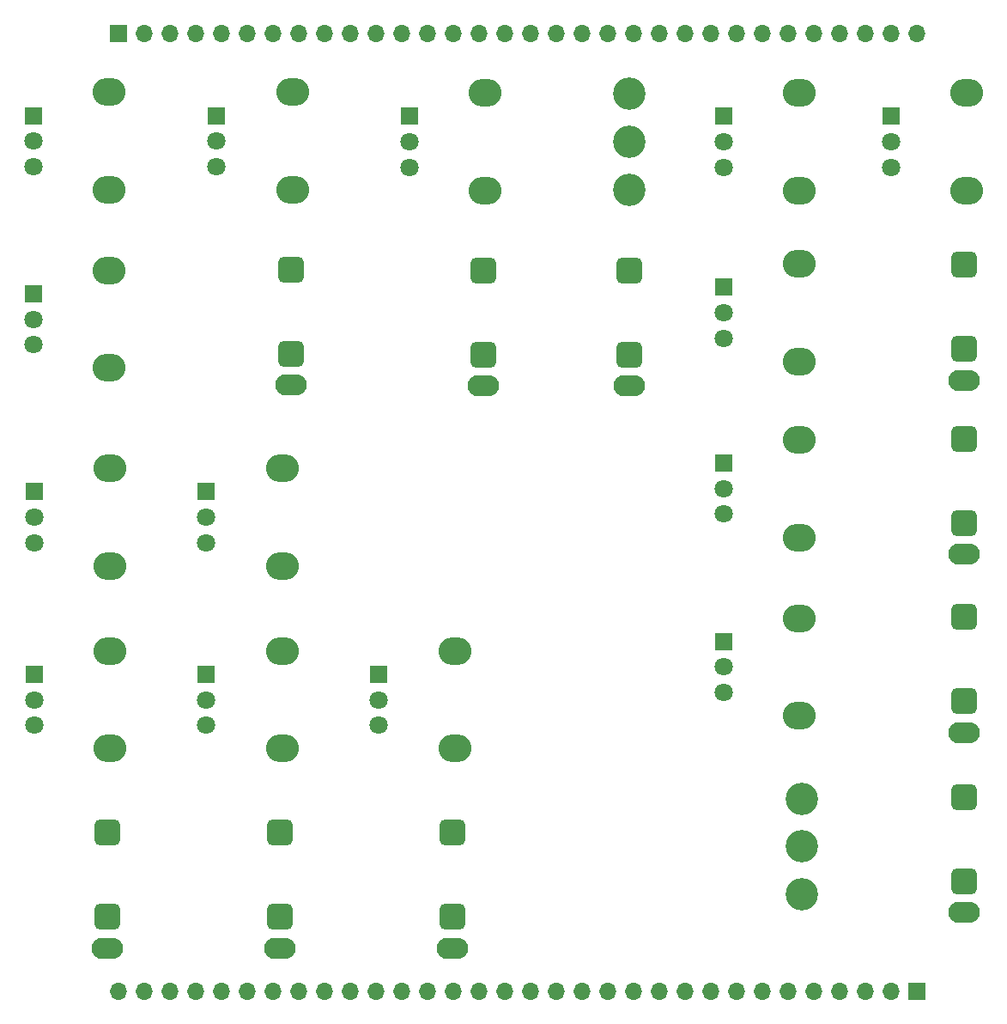
<source format=gbr>
%TF.GenerationSoftware,KiCad,Pcbnew,7.0.9*%
%TF.CreationDate,2024-05-31T23:58:34+01:00*%
%TF.ProjectId,VCO PANEL,56434f20-5041-44e4-954c-2e6b69636164,rev?*%
%TF.SameCoordinates,Original*%
%TF.FileFunction,Soldermask,Top*%
%TF.FilePolarity,Negative*%
%FSLAX46Y46*%
G04 Gerber Fmt 4.6, Leading zero omitted, Abs format (unit mm)*
G04 Created by KiCad (PCBNEW 7.0.9) date 2024-05-31 23:58:34*
%MOMM*%
%LPD*%
G01*
G04 APERTURE LIST*
G04 Aperture macros list*
%AMRoundRect*
0 Rectangle with rounded corners*
0 $1 Rounding radius*
0 $2 $3 $4 $5 $6 $7 $8 $9 X,Y pos of 4 corners*
0 Add a 4 corners polygon primitive as box body*
4,1,4,$2,$3,$4,$5,$6,$7,$8,$9,$2,$3,0*
0 Add four circle primitives for the rounded corners*
1,1,$1+$1,$2,$3*
1,1,$1+$1,$4,$5*
1,1,$1+$1,$6,$7*
1,1,$1+$1,$8,$9*
0 Add four rect primitives between the rounded corners*
20,1,$1+$1,$2,$3,$4,$5,0*
20,1,$1+$1,$4,$5,$6,$7,0*
20,1,$1+$1,$6,$7,$8,$9,0*
20,1,$1+$1,$8,$9,$2,$3,0*%
G04 Aperture macros list end*
%ADD10R,1.700000X1.700000*%
%ADD11O,1.700000X1.700000*%
%ADD12RoundRect,0.650000X-0.650000X-0.650000X0.650000X-0.650000X0.650000X0.650000X-0.650000X0.650000X0*%
%ADD13O,3.100000X2.100000*%
%ADD14O,3.240000X2.720000*%
%ADD15R,1.800000X1.800000*%
%ADD16C,1.800000*%
%ADD17C,3.200000*%
G04 APERTURE END LIST*
D10*
%TO.C,J1*%
X104625000Y-53300000D03*
D11*
X107165000Y-53300000D03*
X109705000Y-53300000D03*
X112245000Y-53300000D03*
X114785000Y-53300000D03*
X117325000Y-53300000D03*
X119865000Y-53300000D03*
X122405000Y-53300000D03*
X124945000Y-53300000D03*
X127485000Y-53300000D03*
X130025000Y-53300000D03*
X132565000Y-53300000D03*
X135105000Y-53300000D03*
X137645000Y-53300000D03*
X140185000Y-53300000D03*
X142725000Y-53300000D03*
X145265000Y-53300000D03*
X147805000Y-53300000D03*
X150345000Y-53300000D03*
X152885000Y-53300000D03*
X155425000Y-53300000D03*
X157965000Y-53300000D03*
X160505000Y-53300000D03*
X163045000Y-53300000D03*
X165585000Y-53300000D03*
X168125000Y-53300000D03*
X170665000Y-53300000D03*
X173205000Y-53300000D03*
X175745000Y-53300000D03*
X178285000Y-53300000D03*
X180825000Y-53300000D03*
X183365000Y-53300000D03*
%TD*%
D12*
%TO.C,J5*%
X188000000Y-119130000D03*
D13*
X188000000Y-122230000D03*
D12*
X188000000Y-110830000D03*
%TD*%
D14*
%TO.C,RV9*%
X188275000Y-59200000D03*
X188275000Y-68800000D03*
D15*
X180775000Y-61500000D03*
D16*
X180775000Y-64000000D03*
X180775000Y-66500000D03*
%TD*%
D12*
%TO.C,J11*%
X155000000Y-84972600D03*
D13*
X155000000Y-88072600D03*
D12*
X155000000Y-76672600D03*
%TD*%
D14*
%TO.C,RV4*%
X121775000Y-59120000D03*
X121775000Y-68720000D03*
D15*
X114275000Y-61420000D03*
D16*
X114275000Y-63920000D03*
X114275000Y-66420000D03*
%TD*%
D14*
%TO.C,RV8*%
X171775000Y-93400000D03*
X171775000Y-103000000D03*
D15*
X164275000Y-95700000D03*
D16*
X164275000Y-98200000D03*
X164275000Y-100700000D03*
%TD*%
D12*
%TO.C,J10*%
X120500000Y-140380000D03*
D13*
X120500000Y-143480000D03*
D12*
X120500000Y-132080000D03*
%TD*%
D14*
%TO.C,RV2*%
X103682500Y-76700000D03*
X103682500Y-86300000D03*
D15*
X96182500Y-79000000D03*
D16*
X96182500Y-81500000D03*
X96182500Y-84000000D03*
%TD*%
D17*
%TO.C,SW2*%
X172000000Y-138150000D03*
X172000000Y-133450000D03*
X172000000Y-128750000D03*
%TD*%
D14*
%TO.C,RV3*%
X140775000Y-59200000D03*
X140775000Y-68800000D03*
D15*
X133275000Y-61500000D03*
D16*
X133275000Y-64000000D03*
X133275000Y-66500000D03*
%TD*%
D12*
%TO.C,J12*%
X137500000Y-140380000D03*
D13*
X137500000Y-143480000D03*
D12*
X137500000Y-132080000D03*
%TD*%
D14*
%TO.C,RV13*%
X137775000Y-114200000D03*
X137775000Y-123800000D03*
D15*
X130275000Y-116500000D03*
D16*
X130275000Y-119000000D03*
X130275000Y-121500000D03*
%TD*%
D14*
%TO.C,RV1*%
X103682500Y-59120000D03*
X103682500Y-68720000D03*
D15*
X96182500Y-61420000D03*
D16*
X96182500Y-63920000D03*
X96182500Y-66420000D03*
%TD*%
D14*
%TO.C,RV10*%
X103775000Y-96200000D03*
X103775000Y-105800000D03*
D15*
X96275000Y-98500000D03*
D16*
X96275000Y-101000000D03*
X96275000Y-103500000D03*
%TD*%
D14*
%TO.C,RV14*%
X120775000Y-96200000D03*
X120775000Y-105800000D03*
D15*
X113275000Y-98500000D03*
D16*
X113275000Y-101000000D03*
X113275000Y-103500000D03*
%TD*%
D14*
%TO.C,RV11*%
X103775000Y-114200000D03*
X103775000Y-123800000D03*
D15*
X96275000Y-116500000D03*
D16*
X96275000Y-119000000D03*
X96275000Y-121500000D03*
%TD*%
D12*
%TO.C,J4*%
X103500000Y-140380000D03*
D13*
X103500000Y-143480000D03*
D12*
X103500000Y-132080000D03*
%TD*%
D10*
%TO.C,J2*%
X183375000Y-147700000D03*
D11*
X180835000Y-147700000D03*
X178295000Y-147700000D03*
X175755000Y-147700000D03*
X173215000Y-147700000D03*
X170675000Y-147700000D03*
X168135000Y-147700000D03*
X165595000Y-147700000D03*
X163055000Y-147700000D03*
X160515000Y-147700000D03*
X157975000Y-147700000D03*
X155435000Y-147700000D03*
X152895000Y-147700000D03*
X150355000Y-147700000D03*
X147815000Y-147700000D03*
X145275000Y-147700000D03*
X142735000Y-147700000D03*
X140195000Y-147700000D03*
X137655000Y-147700000D03*
X135115000Y-147700000D03*
X132575000Y-147700000D03*
X130035000Y-147700000D03*
X127495000Y-147700000D03*
X124955000Y-147700000D03*
X122415000Y-147700000D03*
X119875000Y-147700000D03*
X117335000Y-147700000D03*
X114795000Y-147700000D03*
X112255000Y-147700000D03*
X109715000Y-147700000D03*
X107175000Y-147700000D03*
X104635000Y-147700000D03*
%TD*%
D12*
%TO.C,J6*%
X188000000Y-101580000D03*
D13*
X188000000Y-104680000D03*
D12*
X188000000Y-93280000D03*
%TD*%
%TO.C,J7*%
X188000000Y-136880000D03*
D13*
X188000000Y-139980000D03*
D12*
X188000000Y-128580000D03*
%TD*%
D14*
%TO.C,RV12*%
X120775000Y-114200000D03*
X120775000Y-123800000D03*
D15*
X113275000Y-116500000D03*
D16*
X113275000Y-119000000D03*
X113275000Y-121500000D03*
%TD*%
D14*
%TO.C,RV5*%
X171775000Y-59200000D03*
X171775000Y-68800000D03*
D15*
X164275000Y-61500000D03*
D16*
X164275000Y-64000000D03*
X164275000Y-66500000D03*
%TD*%
D12*
%TO.C,J3*%
X121592500Y-84880000D03*
D13*
X121592500Y-87980000D03*
D12*
X121592500Y-76580000D03*
%TD*%
%TO.C,J8*%
X188000000Y-84430000D03*
D13*
X188000000Y-87530000D03*
D12*
X188000000Y-76130000D03*
%TD*%
D17*
%TO.C,SW1*%
X155000000Y-68700000D03*
X155000000Y-64000000D03*
X155000000Y-59300000D03*
%TD*%
D12*
%TO.C,J9*%
X140592500Y-84960000D03*
D13*
X140592500Y-88060000D03*
D12*
X140592500Y-76660000D03*
%TD*%
D14*
%TO.C,RV6*%
X171775000Y-76050000D03*
X171775000Y-85650000D03*
D15*
X164275000Y-78350000D03*
D16*
X164275000Y-80850000D03*
X164275000Y-83350000D03*
%TD*%
D14*
%TO.C,RV7*%
X171775000Y-110950000D03*
X171775000Y-120550000D03*
D15*
X164275000Y-113250000D03*
D16*
X164275000Y-115750000D03*
X164275000Y-118250000D03*
%TD*%
M02*

</source>
